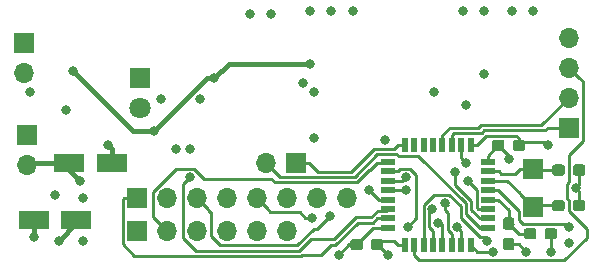
<source format=gbl>
G04 #@! TF.GenerationSoftware,KiCad,Pcbnew,(5.0.0-rc2-178-g3c7b91b96)*
G04 #@! TF.CreationDate,2018-07-31T16:18:19+02:00*
G04 #@! TF.ProjectId,pcb2,706362322E6B696361645F7063620000,1*
G04 #@! TF.SameCoordinates,Original*
G04 #@! TF.FileFunction,Copper,L4,Bot,Signal*
G04 #@! TF.FilePolarity,Positive*
%FSLAX46Y46*%
G04 Gerber Fmt 4.6, Leading zero omitted, Abs format (unit mm)*
G04 Created by KiCad (PCBNEW (5.0.0-rc2-178-g3c7b91b96)) date 07/31/18 16:18:19*
%MOMM*%
%LPD*%
G01*
G04 APERTURE LIST*
G04 #@! TA.AperFunction,SMDPad,CuDef*
%ADD10R,1.200000X0.600000*%
G04 #@! TD*
G04 #@! TA.AperFunction,SMDPad,CuDef*
%ADD11R,0.600000X1.200000*%
G04 #@! TD*
G04 #@! TA.AperFunction,ComponentPad*
%ADD12R,1.700000X1.700000*%
G04 #@! TD*
G04 #@! TA.AperFunction,ComponentPad*
%ADD13O,1.700000X1.700000*%
G04 #@! TD*
G04 #@! TA.AperFunction,SMDPad,CuDef*
%ADD14R,2.600000X1.600000*%
G04 #@! TD*
G04 #@! TA.AperFunction,Conductor*
%ADD15C,0.100000*%
G04 #@! TD*
G04 #@! TA.AperFunction,SMDPad,CuDef*
%ADD16C,0.950000*%
G04 #@! TD*
G04 #@! TA.AperFunction,SMDPad,CuDef*
%ADD17R,1.800000X1.750000*%
G04 #@! TD*
G04 #@! TA.AperFunction,ComponentPad*
%ADD18R,1.800000X1.800000*%
G04 #@! TD*
G04 #@! TA.AperFunction,ComponentPad*
%ADD19C,1.800000*%
G04 #@! TD*
G04 #@! TA.AperFunction,ViaPad*
%ADD20C,0.800000*%
G04 #@! TD*
G04 #@! TA.AperFunction,Conductor*
%ADD21C,0.250000*%
G04 #@! TD*
G04 #@! TA.AperFunction,Conductor*
%ADD22C,0.400000*%
G04 #@! TD*
G04 APERTURE END LIST*
D10*
G04 #@! TO.P,U2,1*
G04 #@! TO.N,+3V3*
X103380000Y-94580000D03*
G04 #@! TO.P,U2,2*
G04 #@! TO.N,Net-(C7-Pad1)*
X103380000Y-95380000D03*
G04 #@! TO.P,U2,3*
G04 #@! TO.N,Net-(C8-Pad1)*
X103380000Y-96180000D03*
G04 #@! TO.P,U2,4*
G04 #@! TO.N,/NRST*
X103380000Y-96980000D03*
G04 #@! TO.P,U2,5*
G04 #@! TO.N,Net-(C5-Pad2)*
X103380000Y-97780000D03*
G04 #@! TO.P,U2,6*
G04 #@! TO.N,/EINK_DC*
X103380000Y-98580000D03*
G04 #@! TO.P,U2,7*
G04 #@! TO.N,/EINK_CS*
X103380000Y-99380000D03*
G04 #@! TO.P,U2,8*
G04 #@! TO.N,/VCPTX*
X103380000Y-100180000D03*
D11*
G04 #@! TO.P,U2,9*
G04 #@! TO.N,/ADC_CS*
X101930000Y-101630000D03*
G04 #@! TO.P,U2,10*
G04 #@! TO.N,/EINK_RST*
X101130000Y-101630000D03*
G04 #@! TO.P,U2,11*
G04 #@! TO.N,/ADC_CLK*
X100330000Y-101630000D03*
G04 #@! TO.P,U2,12*
G04 #@! TO.N,/ADC_DIN*
X99530000Y-101630000D03*
G04 #@! TO.P,U2,13*
G04 #@! TO.N,/EINK_DOUT*
X98730000Y-101630000D03*
G04 #@! TO.P,U2,14*
G04 #@! TO.N,/PB0*
X97930000Y-101630000D03*
G04 #@! TO.P,U2,15*
G04 #@! TO.N,/PB1*
X97130000Y-101630000D03*
G04 #@! TO.P,U2,16*
G04 #@! TO.N,GNDD*
X96330000Y-101630000D03*
D10*
G04 #@! TO.P,U2,17*
G04 #@! TO.N,+3V3*
X94880000Y-100180000D03*
G04 #@! TO.P,U2,18*
G04 #@! TO.N,/EINK_BUSY*
X94880000Y-99380000D03*
G04 #@! TO.P,U2,19*
G04 #@! TO.N,/U7U~D*
X94880000Y-98580000D03*
G04 #@! TO.P,U2,20*
G04 #@! TO.N,/U7~CS*
X94880000Y-97780000D03*
G04 #@! TO.P,U2,21*
G04 #@! TO.N,/U8U~D*
X94880000Y-96980000D03*
G04 #@! TO.P,U2,22*
G04 #@! TO.N,/U8~CS*
X94880000Y-96180000D03*
G04 #@! TO.P,U2,23*
G04 #@! TO.N,/SWDIO*
X94880000Y-95380000D03*
G04 #@! TO.P,U2,24*
G04 #@! TO.N,/SWCLK*
X94880000Y-94580000D03*
D11*
G04 #@! TO.P,U2,25*
G04 #@! TO.N,/VCPRX*
X96330000Y-93130000D03*
G04 #@! TO.P,U2,26*
G04 #@! TO.N,Net-(U2-Pad26)*
X97130000Y-93130000D03*
G04 #@! TO.P,U2,27*
G04 #@! TO.N,Net-(U2-Pad27)*
X97930000Y-93130000D03*
G04 #@! TO.P,U2,28*
G04 #@! TO.N,Net-(U2-Pad28)*
X98730000Y-93130000D03*
G04 #@! TO.P,U2,29*
G04 #@! TO.N,/PB6*
X99530000Y-93130000D03*
G04 #@! TO.P,U2,30*
G04 #@! TO.N,/PB7*
X100330000Y-93130000D03*
G04 #@! TO.P,U2,31*
G04 #@! TO.N,Net-(R1-Pad2)*
X101130000Y-93130000D03*
G04 #@! TO.P,U2,32*
G04 #@! TO.N,GNDD*
X101930000Y-93130000D03*
G04 #@! TD*
D12*
G04 #@! TO.P,J3,1*
G04 #@! TO.N,/EINK_BUSY*
X73630000Y-97680000D03*
D13*
G04 #@! TO.P,J3,2*
G04 #@! TO.N,/EINK_RST*
X76170000Y-97680000D03*
G04 #@! TO.P,J3,3*
G04 #@! TO.N,/EINK_DC*
X78710000Y-97680000D03*
G04 #@! TO.P,J3,4*
G04 #@! TO.N,/EINK_CS*
X81250000Y-97680000D03*
G04 #@! TO.P,J3,5*
G04 #@! TO.N,/ADC_CLK*
X83790000Y-97680000D03*
G04 #@! TO.P,J3,6*
G04 #@! TO.N,/EINK_DOUT*
X86330000Y-97680000D03*
G04 #@! TO.P,J3,7*
G04 #@! TO.N,GNDD*
X88870000Y-97680000D03*
G04 #@! TO.P,J3,8*
G04 #@! TO.N,+3V3*
X91410000Y-97680000D03*
G04 #@! TD*
D12*
G04 #@! TO.P,J5,1*
G04 #@! TO.N,/VCPRX*
X87130000Y-94680000D03*
D13*
G04 #@! TO.P,J5,2*
G04 #@! TO.N,/VCPTX*
X84590000Y-94680000D03*
G04 #@! TD*
D12*
G04 #@! TO.P,J4,1*
G04 #@! TO.N,+3V3*
X73660000Y-100470000D03*
D13*
G04 #@! TO.P,J4,2*
G04 #@! TO.N,/SWCLK*
X76200000Y-100470000D03*
G04 #@! TO.P,J4,3*
G04 #@! TO.N,GNDD*
X78740000Y-100470000D03*
G04 #@! TO.P,J4,4*
G04 #@! TO.N,/SWDIO*
X81280000Y-100470000D03*
G04 #@! TO.P,J4,5*
G04 #@! TO.N,/NRST*
X83820000Y-100470000D03*
G04 #@! TO.P,J4,6*
G04 #@! TO.N,GNDD*
X86360000Y-100470000D03*
G04 #@! TD*
D12*
G04 #@! TO.P,J6,1*
G04 #@! TO.N,/PB7*
X110230000Y-91680000D03*
D13*
G04 #@! TO.P,J6,2*
G04 #@! TO.N,/PB6*
X110230000Y-89140000D03*
G04 #@! TO.P,J6,3*
G04 #@! TO.N,/PB1*
X110230000Y-86600000D03*
G04 #@! TO.P,J6,4*
G04 #@! TO.N,/PB0*
X110230000Y-84060000D03*
G04 #@! TD*
D14*
G04 #@! TO.P,C2,2*
G04 #@! TO.N,GNDD*
X64930000Y-99480000D03*
G04 #@! TO.P,C2,1*
G04 #@! TO.N,+3V3*
X68530000Y-99480000D03*
G04 #@! TD*
G04 #@! TO.P,C1,1*
G04 #@! TO.N,+5V*
X67930000Y-94680000D03*
G04 #@! TO.P,C1,2*
G04 #@! TO.N,GNDD*
X71530000Y-94680000D03*
G04 #@! TD*
D15*
G04 #@! TO.N,GNDD*
G04 #@! TO.C,C8*
G36*
X111415779Y-97806144D02*
X111438834Y-97809563D01*
X111461443Y-97815227D01*
X111483387Y-97823079D01*
X111504457Y-97833044D01*
X111524448Y-97845026D01*
X111543168Y-97858910D01*
X111560438Y-97874562D01*
X111576090Y-97891832D01*
X111589974Y-97910552D01*
X111601956Y-97930543D01*
X111611921Y-97951613D01*
X111619773Y-97973557D01*
X111625437Y-97996166D01*
X111628856Y-98019221D01*
X111630000Y-98042500D01*
X111630000Y-98517500D01*
X111628856Y-98540779D01*
X111625437Y-98563834D01*
X111619773Y-98586443D01*
X111611921Y-98608387D01*
X111601956Y-98629457D01*
X111589974Y-98649448D01*
X111576090Y-98668168D01*
X111560438Y-98685438D01*
X111543168Y-98701090D01*
X111524448Y-98714974D01*
X111504457Y-98726956D01*
X111483387Y-98736921D01*
X111461443Y-98744773D01*
X111438834Y-98750437D01*
X111415779Y-98753856D01*
X111392500Y-98755000D01*
X110817500Y-98755000D01*
X110794221Y-98753856D01*
X110771166Y-98750437D01*
X110748557Y-98744773D01*
X110726613Y-98736921D01*
X110705543Y-98726956D01*
X110685552Y-98714974D01*
X110666832Y-98701090D01*
X110649562Y-98685438D01*
X110633910Y-98668168D01*
X110620026Y-98649448D01*
X110608044Y-98629457D01*
X110598079Y-98608387D01*
X110590227Y-98586443D01*
X110584563Y-98563834D01*
X110581144Y-98540779D01*
X110580000Y-98517500D01*
X110580000Y-98042500D01*
X110581144Y-98019221D01*
X110584563Y-97996166D01*
X110590227Y-97973557D01*
X110598079Y-97951613D01*
X110608044Y-97930543D01*
X110620026Y-97910552D01*
X110633910Y-97891832D01*
X110649562Y-97874562D01*
X110666832Y-97858910D01*
X110685552Y-97845026D01*
X110705543Y-97833044D01*
X110726613Y-97823079D01*
X110748557Y-97815227D01*
X110771166Y-97809563D01*
X110794221Y-97806144D01*
X110817500Y-97805000D01*
X111392500Y-97805000D01*
X111415779Y-97806144D01*
X111415779Y-97806144D01*
G37*
D16*
G04 #@! TD*
G04 #@! TO.P,C8,2*
G04 #@! TO.N,GNDD*
X111105000Y-98280000D03*
D15*
G04 #@! TO.N,Net-(C8-Pad1)*
G04 #@! TO.C,C8*
G36*
X109665779Y-97806144D02*
X109688834Y-97809563D01*
X109711443Y-97815227D01*
X109733387Y-97823079D01*
X109754457Y-97833044D01*
X109774448Y-97845026D01*
X109793168Y-97858910D01*
X109810438Y-97874562D01*
X109826090Y-97891832D01*
X109839974Y-97910552D01*
X109851956Y-97930543D01*
X109861921Y-97951613D01*
X109869773Y-97973557D01*
X109875437Y-97996166D01*
X109878856Y-98019221D01*
X109880000Y-98042500D01*
X109880000Y-98517500D01*
X109878856Y-98540779D01*
X109875437Y-98563834D01*
X109869773Y-98586443D01*
X109861921Y-98608387D01*
X109851956Y-98629457D01*
X109839974Y-98649448D01*
X109826090Y-98668168D01*
X109810438Y-98685438D01*
X109793168Y-98701090D01*
X109774448Y-98714974D01*
X109754457Y-98726956D01*
X109733387Y-98736921D01*
X109711443Y-98744773D01*
X109688834Y-98750437D01*
X109665779Y-98753856D01*
X109642500Y-98755000D01*
X109067500Y-98755000D01*
X109044221Y-98753856D01*
X109021166Y-98750437D01*
X108998557Y-98744773D01*
X108976613Y-98736921D01*
X108955543Y-98726956D01*
X108935552Y-98714974D01*
X108916832Y-98701090D01*
X108899562Y-98685438D01*
X108883910Y-98668168D01*
X108870026Y-98649448D01*
X108858044Y-98629457D01*
X108848079Y-98608387D01*
X108840227Y-98586443D01*
X108834563Y-98563834D01*
X108831144Y-98540779D01*
X108830000Y-98517500D01*
X108830000Y-98042500D01*
X108831144Y-98019221D01*
X108834563Y-97996166D01*
X108840227Y-97973557D01*
X108848079Y-97951613D01*
X108858044Y-97930543D01*
X108870026Y-97910552D01*
X108883910Y-97891832D01*
X108899562Y-97874562D01*
X108916832Y-97858910D01*
X108935552Y-97845026D01*
X108955543Y-97833044D01*
X108976613Y-97823079D01*
X108998557Y-97815227D01*
X109021166Y-97809563D01*
X109044221Y-97806144D01*
X109067500Y-97805000D01*
X109642500Y-97805000D01*
X109665779Y-97806144D01*
X109665779Y-97806144D01*
G37*
D16*
G04 #@! TD*
G04 #@! TO.P,C8,1*
G04 #@! TO.N,Net-(C8-Pad1)*
X109355000Y-98280000D03*
D15*
G04 #@! TO.N,Net-(C7-Pad1)*
G04 #@! TO.C,C7*
G36*
X109665779Y-94806144D02*
X109688834Y-94809563D01*
X109711443Y-94815227D01*
X109733387Y-94823079D01*
X109754457Y-94833044D01*
X109774448Y-94845026D01*
X109793168Y-94858910D01*
X109810438Y-94874562D01*
X109826090Y-94891832D01*
X109839974Y-94910552D01*
X109851956Y-94930543D01*
X109861921Y-94951613D01*
X109869773Y-94973557D01*
X109875437Y-94996166D01*
X109878856Y-95019221D01*
X109880000Y-95042500D01*
X109880000Y-95517500D01*
X109878856Y-95540779D01*
X109875437Y-95563834D01*
X109869773Y-95586443D01*
X109861921Y-95608387D01*
X109851956Y-95629457D01*
X109839974Y-95649448D01*
X109826090Y-95668168D01*
X109810438Y-95685438D01*
X109793168Y-95701090D01*
X109774448Y-95714974D01*
X109754457Y-95726956D01*
X109733387Y-95736921D01*
X109711443Y-95744773D01*
X109688834Y-95750437D01*
X109665779Y-95753856D01*
X109642500Y-95755000D01*
X109067500Y-95755000D01*
X109044221Y-95753856D01*
X109021166Y-95750437D01*
X108998557Y-95744773D01*
X108976613Y-95736921D01*
X108955543Y-95726956D01*
X108935552Y-95714974D01*
X108916832Y-95701090D01*
X108899562Y-95685438D01*
X108883910Y-95668168D01*
X108870026Y-95649448D01*
X108858044Y-95629457D01*
X108848079Y-95608387D01*
X108840227Y-95586443D01*
X108834563Y-95563834D01*
X108831144Y-95540779D01*
X108830000Y-95517500D01*
X108830000Y-95042500D01*
X108831144Y-95019221D01*
X108834563Y-94996166D01*
X108840227Y-94973557D01*
X108848079Y-94951613D01*
X108858044Y-94930543D01*
X108870026Y-94910552D01*
X108883910Y-94891832D01*
X108899562Y-94874562D01*
X108916832Y-94858910D01*
X108935552Y-94845026D01*
X108955543Y-94833044D01*
X108976613Y-94823079D01*
X108998557Y-94815227D01*
X109021166Y-94809563D01*
X109044221Y-94806144D01*
X109067500Y-94805000D01*
X109642500Y-94805000D01*
X109665779Y-94806144D01*
X109665779Y-94806144D01*
G37*
D16*
G04 #@! TD*
G04 #@! TO.P,C7,1*
G04 #@! TO.N,Net-(C7-Pad1)*
X109355000Y-95280000D03*
D15*
G04 #@! TO.N,GNDD*
G04 #@! TO.C,C7*
G36*
X111415779Y-94806144D02*
X111438834Y-94809563D01*
X111461443Y-94815227D01*
X111483387Y-94823079D01*
X111504457Y-94833044D01*
X111524448Y-94845026D01*
X111543168Y-94858910D01*
X111560438Y-94874562D01*
X111576090Y-94891832D01*
X111589974Y-94910552D01*
X111601956Y-94930543D01*
X111611921Y-94951613D01*
X111619773Y-94973557D01*
X111625437Y-94996166D01*
X111628856Y-95019221D01*
X111630000Y-95042500D01*
X111630000Y-95517500D01*
X111628856Y-95540779D01*
X111625437Y-95563834D01*
X111619773Y-95586443D01*
X111611921Y-95608387D01*
X111601956Y-95629457D01*
X111589974Y-95649448D01*
X111576090Y-95668168D01*
X111560438Y-95685438D01*
X111543168Y-95701090D01*
X111524448Y-95714974D01*
X111504457Y-95726956D01*
X111483387Y-95736921D01*
X111461443Y-95744773D01*
X111438834Y-95750437D01*
X111415779Y-95753856D01*
X111392500Y-95755000D01*
X110817500Y-95755000D01*
X110794221Y-95753856D01*
X110771166Y-95750437D01*
X110748557Y-95744773D01*
X110726613Y-95736921D01*
X110705543Y-95726956D01*
X110685552Y-95714974D01*
X110666832Y-95701090D01*
X110649562Y-95685438D01*
X110633910Y-95668168D01*
X110620026Y-95649448D01*
X110608044Y-95629457D01*
X110598079Y-95608387D01*
X110590227Y-95586443D01*
X110584563Y-95563834D01*
X110581144Y-95540779D01*
X110580000Y-95517500D01*
X110580000Y-95042500D01*
X110581144Y-95019221D01*
X110584563Y-94996166D01*
X110590227Y-94973557D01*
X110598079Y-94951613D01*
X110608044Y-94930543D01*
X110620026Y-94910552D01*
X110633910Y-94891832D01*
X110649562Y-94874562D01*
X110666832Y-94858910D01*
X110685552Y-94845026D01*
X110705543Y-94833044D01*
X110726613Y-94823079D01*
X110748557Y-94815227D01*
X110771166Y-94809563D01*
X110794221Y-94806144D01*
X110817500Y-94805000D01*
X111392500Y-94805000D01*
X111415779Y-94806144D01*
X111415779Y-94806144D01*
G37*
D16*
G04 #@! TD*
G04 #@! TO.P,C7,2*
G04 #@! TO.N,GNDD*
X111105000Y-95280000D03*
D15*
G04 #@! TO.N,GNDD*
G04 #@! TO.C,C5*
G36*
X105390779Y-101031144D02*
X105413834Y-101034563D01*
X105436443Y-101040227D01*
X105458387Y-101048079D01*
X105479457Y-101058044D01*
X105499448Y-101070026D01*
X105518168Y-101083910D01*
X105535438Y-101099562D01*
X105551090Y-101116832D01*
X105564974Y-101135552D01*
X105576956Y-101155543D01*
X105586921Y-101176613D01*
X105594773Y-101198557D01*
X105600437Y-101221166D01*
X105603856Y-101244221D01*
X105605000Y-101267500D01*
X105605000Y-101842500D01*
X105603856Y-101865779D01*
X105600437Y-101888834D01*
X105594773Y-101911443D01*
X105586921Y-101933387D01*
X105576956Y-101954457D01*
X105564974Y-101974448D01*
X105551090Y-101993168D01*
X105535438Y-102010438D01*
X105518168Y-102026090D01*
X105499448Y-102039974D01*
X105479457Y-102051956D01*
X105458387Y-102061921D01*
X105436443Y-102069773D01*
X105413834Y-102075437D01*
X105390779Y-102078856D01*
X105367500Y-102080000D01*
X104892500Y-102080000D01*
X104869221Y-102078856D01*
X104846166Y-102075437D01*
X104823557Y-102069773D01*
X104801613Y-102061921D01*
X104780543Y-102051956D01*
X104760552Y-102039974D01*
X104741832Y-102026090D01*
X104724562Y-102010438D01*
X104708910Y-101993168D01*
X104695026Y-101974448D01*
X104683044Y-101954457D01*
X104673079Y-101933387D01*
X104665227Y-101911443D01*
X104659563Y-101888834D01*
X104656144Y-101865779D01*
X104655000Y-101842500D01*
X104655000Y-101267500D01*
X104656144Y-101244221D01*
X104659563Y-101221166D01*
X104665227Y-101198557D01*
X104673079Y-101176613D01*
X104683044Y-101155543D01*
X104695026Y-101135552D01*
X104708910Y-101116832D01*
X104724562Y-101099562D01*
X104741832Y-101083910D01*
X104760552Y-101070026D01*
X104780543Y-101058044D01*
X104801613Y-101048079D01*
X104823557Y-101040227D01*
X104846166Y-101034563D01*
X104869221Y-101031144D01*
X104892500Y-101030000D01*
X105367500Y-101030000D01*
X105390779Y-101031144D01*
X105390779Y-101031144D01*
G37*
D16*
G04 #@! TD*
G04 #@! TO.P,C5,1*
G04 #@! TO.N,GNDD*
X105130000Y-101555000D03*
D15*
G04 #@! TO.N,Net-(C5-Pad2)*
G04 #@! TO.C,C5*
G36*
X105390779Y-99281144D02*
X105413834Y-99284563D01*
X105436443Y-99290227D01*
X105458387Y-99298079D01*
X105479457Y-99308044D01*
X105499448Y-99320026D01*
X105518168Y-99333910D01*
X105535438Y-99349562D01*
X105551090Y-99366832D01*
X105564974Y-99385552D01*
X105576956Y-99405543D01*
X105586921Y-99426613D01*
X105594773Y-99448557D01*
X105600437Y-99471166D01*
X105603856Y-99494221D01*
X105605000Y-99517500D01*
X105605000Y-100092500D01*
X105603856Y-100115779D01*
X105600437Y-100138834D01*
X105594773Y-100161443D01*
X105586921Y-100183387D01*
X105576956Y-100204457D01*
X105564974Y-100224448D01*
X105551090Y-100243168D01*
X105535438Y-100260438D01*
X105518168Y-100276090D01*
X105499448Y-100289974D01*
X105479457Y-100301956D01*
X105458387Y-100311921D01*
X105436443Y-100319773D01*
X105413834Y-100325437D01*
X105390779Y-100328856D01*
X105367500Y-100330000D01*
X104892500Y-100330000D01*
X104869221Y-100328856D01*
X104846166Y-100325437D01*
X104823557Y-100319773D01*
X104801613Y-100311921D01*
X104780543Y-100301956D01*
X104760552Y-100289974D01*
X104741832Y-100276090D01*
X104724562Y-100260438D01*
X104708910Y-100243168D01*
X104695026Y-100224448D01*
X104683044Y-100204457D01*
X104673079Y-100183387D01*
X104665227Y-100161443D01*
X104659563Y-100138834D01*
X104656144Y-100115779D01*
X104655000Y-100092500D01*
X104655000Y-99517500D01*
X104656144Y-99494221D01*
X104659563Y-99471166D01*
X104665227Y-99448557D01*
X104673079Y-99426613D01*
X104683044Y-99405543D01*
X104695026Y-99385552D01*
X104708910Y-99366832D01*
X104724562Y-99349562D01*
X104741832Y-99333910D01*
X104760552Y-99320026D01*
X104780543Y-99308044D01*
X104801613Y-99298079D01*
X104823557Y-99290227D01*
X104846166Y-99284563D01*
X104869221Y-99281144D01*
X104892500Y-99280000D01*
X105367500Y-99280000D01*
X105390779Y-99281144D01*
X105390779Y-99281144D01*
G37*
D16*
G04 #@! TD*
G04 #@! TO.P,C5,2*
G04 #@! TO.N,Net-(C5-Pad2)*
X105130000Y-99805000D03*
D15*
G04 #@! TO.N,+3V3*
G04 #@! TO.C,C4*
G36*
X92565779Y-101106144D02*
X92588834Y-101109563D01*
X92611443Y-101115227D01*
X92633387Y-101123079D01*
X92654457Y-101133044D01*
X92674448Y-101145026D01*
X92693168Y-101158910D01*
X92710438Y-101174562D01*
X92726090Y-101191832D01*
X92739974Y-101210552D01*
X92751956Y-101230543D01*
X92761921Y-101251613D01*
X92769773Y-101273557D01*
X92775437Y-101296166D01*
X92778856Y-101319221D01*
X92780000Y-101342500D01*
X92780000Y-101817500D01*
X92778856Y-101840779D01*
X92775437Y-101863834D01*
X92769773Y-101886443D01*
X92761921Y-101908387D01*
X92751956Y-101929457D01*
X92739974Y-101949448D01*
X92726090Y-101968168D01*
X92710438Y-101985438D01*
X92693168Y-102001090D01*
X92674448Y-102014974D01*
X92654457Y-102026956D01*
X92633387Y-102036921D01*
X92611443Y-102044773D01*
X92588834Y-102050437D01*
X92565779Y-102053856D01*
X92542500Y-102055000D01*
X91967500Y-102055000D01*
X91944221Y-102053856D01*
X91921166Y-102050437D01*
X91898557Y-102044773D01*
X91876613Y-102036921D01*
X91855543Y-102026956D01*
X91835552Y-102014974D01*
X91816832Y-102001090D01*
X91799562Y-101985438D01*
X91783910Y-101968168D01*
X91770026Y-101949448D01*
X91758044Y-101929457D01*
X91748079Y-101908387D01*
X91740227Y-101886443D01*
X91734563Y-101863834D01*
X91731144Y-101840779D01*
X91730000Y-101817500D01*
X91730000Y-101342500D01*
X91731144Y-101319221D01*
X91734563Y-101296166D01*
X91740227Y-101273557D01*
X91748079Y-101251613D01*
X91758044Y-101230543D01*
X91770026Y-101210552D01*
X91783910Y-101191832D01*
X91799562Y-101174562D01*
X91816832Y-101158910D01*
X91835552Y-101145026D01*
X91855543Y-101133044D01*
X91876613Y-101123079D01*
X91898557Y-101115227D01*
X91921166Y-101109563D01*
X91944221Y-101106144D01*
X91967500Y-101105000D01*
X92542500Y-101105000D01*
X92565779Y-101106144D01*
X92565779Y-101106144D01*
G37*
D16*
G04 #@! TD*
G04 #@! TO.P,C4,2*
G04 #@! TO.N,+3V3*
X92255000Y-101580000D03*
D15*
G04 #@! TO.N,GNDD*
G04 #@! TO.C,C4*
G36*
X94315779Y-101106144D02*
X94338834Y-101109563D01*
X94361443Y-101115227D01*
X94383387Y-101123079D01*
X94404457Y-101133044D01*
X94424448Y-101145026D01*
X94443168Y-101158910D01*
X94460438Y-101174562D01*
X94476090Y-101191832D01*
X94489974Y-101210552D01*
X94501956Y-101230543D01*
X94511921Y-101251613D01*
X94519773Y-101273557D01*
X94525437Y-101296166D01*
X94528856Y-101319221D01*
X94530000Y-101342500D01*
X94530000Y-101817500D01*
X94528856Y-101840779D01*
X94525437Y-101863834D01*
X94519773Y-101886443D01*
X94511921Y-101908387D01*
X94501956Y-101929457D01*
X94489974Y-101949448D01*
X94476090Y-101968168D01*
X94460438Y-101985438D01*
X94443168Y-102001090D01*
X94424448Y-102014974D01*
X94404457Y-102026956D01*
X94383387Y-102036921D01*
X94361443Y-102044773D01*
X94338834Y-102050437D01*
X94315779Y-102053856D01*
X94292500Y-102055000D01*
X93717500Y-102055000D01*
X93694221Y-102053856D01*
X93671166Y-102050437D01*
X93648557Y-102044773D01*
X93626613Y-102036921D01*
X93605543Y-102026956D01*
X93585552Y-102014974D01*
X93566832Y-102001090D01*
X93549562Y-101985438D01*
X93533910Y-101968168D01*
X93520026Y-101949448D01*
X93508044Y-101929457D01*
X93498079Y-101908387D01*
X93490227Y-101886443D01*
X93484563Y-101863834D01*
X93481144Y-101840779D01*
X93480000Y-101817500D01*
X93480000Y-101342500D01*
X93481144Y-101319221D01*
X93484563Y-101296166D01*
X93490227Y-101273557D01*
X93498079Y-101251613D01*
X93508044Y-101230543D01*
X93520026Y-101210552D01*
X93533910Y-101191832D01*
X93549562Y-101174562D01*
X93566832Y-101158910D01*
X93585552Y-101145026D01*
X93605543Y-101133044D01*
X93626613Y-101123079D01*
X93648557Y-101115227D01*
X93671166Y-101109563D01*
X93694221Y-101106144D01*
X93717500Y-101105000D01*
X94292500Y-101105000D01*
X94315779Y-101106144D01*
X94315779Y-101106144D01*
G37*
D16*
G04 #@! TD*
G04 #@! TO.P,C4,1*
G04 #@! TO.N,GNDD*
X94005000Y-101580000D03*
D15*
G04 #@! TO.N,GNDD*
G04 #@! TO.C,C3*
G36*
X106315779Y-92706144D02*
X106338834Y-92709563D01*
X106361443Y-92715227D01*
X106383387Y-92723079D01*
X106404457Y-92733044D01*
X106424448Y-92745026D01*
X106443168Y-92758910D01*
X106460438Y-92774562D01*
X106476090Y-92791832D01*
X106489974Y-92810552D01*
X106501956Y-92830543D01*
X106511921Y-92851613D01*
X106519773Y-92873557D01*
X106525437Y-92896166D01*
X106528856Y-92919221D01*
X106530000Y-92942500D01*
X106530000Y-93417500D01*
X106528856Y-93440779D01*
X106525437Y-93463834D01*
X106519773Y-93486443D01*
X106511921Y-93508387D01*
X106501956Y-93529457D01*
X106489974Y-93549448D01*
X106476090Y-93568168D01*
X106460438Y-93585438D01*
X106443168Y-93601090D01*
X106424448Y-93614974D01*
X106404457Y-93626956D01*
X106383387Y-93636921D01*
X106361443Y-93644773D01*
X106338834Y-93650437D01*
X106315779Y-93653856D01*
X106292500Y-93655000D01*
X105717500Y-93655000D01*
X105694221Y-93653856D01*
X105671166Y-93650437D01*
X105648557Y-93644773D01*
X105626613Y-93636921D01*
X105605543Y-93626956D01*
X105585552Y-93614974D01*
X105566832Y-93601090D01*
X105549562Y-93585438D01*
X105533910Y-93568168D01*
X105520026Y-93549448D01*
X105508044Y-93529457D01*
X105498079Y-93508387D01*
X105490227Y-93486443D01*
X105484563Y-93463834D01*
X105481144Y-93440779D01*
X105480000Y-93417500D01*
X105480000Y-92942500D01*
X105481144Y-92919221D01*
X105484563Y-92896166D01*
X105490227Y-92873557D01*
X105498079Y-92851613D01*
X105508044Y-92830543D01*
X105520026Y-92810552D01*
X105533910Y-92791832D01*
X105549562Y-92774562D01*
X105566832Y-92758910D01*
X105585552Y-92745026D01*
X105605543Y-92733044D01*
X105626613Y-92723079D01*
X105648557Y-92715227D01*
X105671166Y-92709563D01*
X105694221Y-92706144D01*
X105717500Y-92705000D01*
X106292500Y-92705000D01*
X106315779Y-92706144D01*
X106315779Y-92706144D01*
G37*
D16*
G04 #@! TD*
G04 #@! TO.P,C3,1*
G04 #@! TO.N,GNDD*
X106005000Y-93180000D03*
D15*
G04 #@! TO.N,+3V3*
G04 #@! TO.C,C3*
G36*
X104565779Y-92706144D02*
X104588834Y-92709563D01*
X104611443Y-92715227D01*
X104633387Y-92723079D01*
X104654457Y-92733044D01*
X104674448Y-92745026D01*
X104693168Y-92758910D01*
X104710438Y-92774562D01*
X104726090Y-92791832D01*
X104739974Y-92810552D01*
X104751956Y-92830543D01*
X104761921Y-92851613D01*
X104769773Y-92873557D01*
X104775437Y-92896166D01*
X104778856Y-92919221D01*
X104780000Y-92942500D01*
X104780000Y-93417500D01*
X104778856Y-93440779D01*
X104775437Y-93463834D01*
X104769773Y-93486443D01*
X104761921Y-93508387D01*
X104751956Y-93529457D01*
X104739974Y-93549448D01*
X104726090Y-93568168D01*
X104710438Y-93585438D01*
X104693168Y-93601090D01*
X104674448Y-93614974D01*
X104654457Y-93626956D01*
X104633387Y-93636921D01*
X104611443Y-93644773D01*
X104588834Y-93650437D01*
X104565779Y-93653856D01*
X104542500Y-93655000D01*
X103967500Y-93655000D01*
X103944221Y-93653856D01*
X103921166Y-93650437D01*
X103898557Y-93644773D01*
X103876613Y-93636921D01*
X103855543Y-93626956D01*
X103835552Y-93614974D01*
X103816832Y-93601090D01*
X103799562Y-93585438D01*
X103783910Y-93568168D01*
X103770026Y-93549448D01*
X103758044Y-93529457D01*
X103748079Y-93508387D01*
X103740227Y-93486443D01*
X103734563Y-93463834D01*
X103731144Y-93440779D01*
X103730000Y-93417500D01*
X103730000Y-92942500D01*
X103731144Y-92919221D01*
X103734563Y-92896166D01*
X103740227Y-92873557D01*
X103748079Y-92851613D01*
X103758044Y-92830543D01*
X103770026Y-92810552D01*
X103783910Y-92791832D01*
X103799562Y-92774562D01*
X103816832Y-92758910D01*
X103835552Y-92745026D01*
X103855543Y-92733044D01*
X103876613Y-92723079D01*
X103898557Y-92715227D01*
X103921166Y-92709563D01*
X103944221Y-92706144D01*
X103967500Y-92705000D01*
X104542500Y-92705000D01*
X104565779Y-92706144D01*
X104565779Y-92706144D01*
G37*
D16*
G04 #@! TD*
G04 #@! TO.P,C3,2*
G04 #@! TO.N,+3V3*
X104255000Y-93180000D03*
D13*
G04 #@! TO.P,J1,2*
G04 #@! TO.N,+4V*
X64135000Y-87020000D03*
D12*
G04 #@! TO.P,J1,1*
G04 #@! TO.N,GNDA*
X64135000Y-84480000D03*
G04 #@! TD*
G04 #@! TO.P,J2,1*
G04 #@! TO.N,GNDD*
X64330000Y-92280000D03*
D13*
G04 #@! TO.P,J2,2*
G04 #@! TO.N,+5V*
X64330000Y-94820000D03*
G04 #@! TD*
D17*
G04 #@! TO.P,Y1,1*
G04 #@! TO.N,Net-(C7-Pad1)*
X107230000Y-95155000D03*
G04 #@! TO.P,Y1,2*
G04 #@! TO.N,Net-(C8-Pad1)*
X107230000Y-98405000D03*
G04 #@! TD*
D15*
G04 #@! TO.N,Net-(C5-Pad2)*
G04 #@! TO.C,L1*
G36*
X107265779Y-100206144D02*
X107288834Y-100209563D01*
X107311443Y-100215227D01*
X107333387Y-100223079D01*
X107354457Y-100233044D01*
X107374448Y-100245026D01*
X107393168Y-100258910D01*
X107410438Y-100274562D01*
X107426090Y-100291832D01*
X107439974Y-100310552D01*
X107451956Y-100330543D01*
X107461921Y-100351613D01*
X107469773Y-100373557D01*
X107475437Y-100396166D01*
X107478856Y-100419221D01*
X107480000Y-100442500D01*
X107480000Y-100917500D01*
X107478856Y-100940779D01*
X107475437Y-100963834D01*
X107469773Y-100986443D01*
X107461921Y-101008387D01*
X107451956Y-101029457D01*
X107439974Y-101049448D01*
X107426090Y-101068168D01*
X107410438Y-101085438D01*
X107393168Y-101101090D01*
X107374448Y-101114974D01*
X107354457Y-101126956D01*
X107333387Y-101136921D01*
X107311443Y-101144773D01*
X107288834Y-101150437D01*
X107265779Y-101153856D01*
X107242500Y-101155000D01*
X106667500Y-101155000D01*
X106644221Y-101153856D01*
X106621166Y-101150437D01*
X106598557Y-101144773D01*
X106576613Y-101136921D01*
X106555543Y-101126956D01*
X106535552Y-101114974D01*
X106516832Y-101101090D01*
X106499562Y-101085438D01*
X106483910Y-101068168D01*
X106470026Y-101049448D01*
X106458044Y-101029457D01*
X106448079Y-101008387D01*
X106440227Y-100986443D01*
X106434563Y-100963834D01*
X106431144Y-100940779D01*
X106430000Y-100917500D01*
X106430000Y-100442500D01*
X106431144Y-100419221D01*
X106434563Y-100396166D01*
X106440227Y-100373557D01*
X106448079Y-100351613D01*
X106458044Y-100330543D01*
X106470026Y-100310552D01*
X106483910Y-100291832D01*
X106499562Y-100274562D01*
X106516832Y-100258910D01*
X106535552Y-100245026D01*
X106555543Y-100233044D01*
X106576613Y-100223079D01*
X106598557Y-100215227D01*
X106621166Y-100209563D01*
X106644221Y-100206144D01*
X106667500Y-100205000D01*
X107242500Y-100205000D01*
X107265779Y-100206144D01*
X107265779Y-100206144D01*
G37*
D16*
G04 #@! TD*
G04 #@! TO.P,L1,1*
G04 #@! TO.N,Net-(C5-Pad2)*
X106955000Y-100680000D03*
D15*
G04 #@! TO.N,+3V3*
G04 #@! TO.C,L1*
G36*
X109015779Y-100206144D02*
X109038834Y-100209563D01*
X109061443Y-100215227D01*
X109083387Y-100223079D01*
X109104457Y-100233044D01*
X109124448Y-100245026D01*
X109143168Y-100258910D01*
X109160438Y-100274562D01*
X109176090Y-100291832D01*
X109189974Y-100310552D01*
X109201956Y-100330543D01*
X109211921Y-100351613D01*
X109219773Y-100373557D01*
X109225437Y-100396166D01*
X109228856Y-100419221D01*
X109230000Y-100442500D01*
X109230000Y-100917500D01*
X109228856Y-100940779D01*
X109225437Y-100963834D01*
X109219773Y-100986443D01*
X109211921Y-101008387D01*
X109201956Y-101029457D01*
X109189974Y-101049448D01*
X109176090Y-101068168D01*
X109160438Y-101085438D01*
X109143168Y-101101090D01*
X109124448Y-101114974D01*
X109104457Y-101126956D01*
X109083387Y-101136921D01*
X109061443Y-101144773D01*
X109038834Y-101150437D01*
X109015779Y-101153856D01*
X108992500Y-101155000D01*
X108417500Y-101155000D01*
X108394221Y-101153856D01*
X108371166Y-101150437D01*
X108348557Y-101144773D01*
X108326613Y-101136921D01*
X108305543Y-101126956D01*
X108285552Y-101114974D01*
X108266832Y-101101090D01*
X108249562Y-101085438D01*
X108233910Y-101068168D01*
X108220026Y-101049448D01*
X108208044Y-101029457D01*
X108198079Y-101008387D01*
X108190227Y-100986443D01*
X108184563Y-100963834D01*
X108181144Y-100940779D01*
X108180000Y-100917500D01*
X108180000Y-100442500D01*
X108181144Y-100419221D01*
X108184563Y-100396166D01*
X108190227Y-100373557D01*
X108198079Y-100351613D01*
X108208044Y-100330543D01*
X108220026Y-100310552D01*
X108233910Y-100291832D01*
X108249562Y-100274562D01*
X108266832Y-100258910D01*
X108285552Y-100245026D01*
X108305543Y-100233044D01*
X108326613Y-100223079D01*
X108348557Y-100215227D01*
X108371166Y-100209563D01*
X108394221Y-100206144D01*
X108417500Y-100205000D01*
X108992500Y-100205000D01*
X109015779Y-100206144D01*
X109015779Y-100206144D01*
G37*
D16*
G04 #@! TD*
G04 #@! TO.P,L1,2*
G04 #@! TO.N,+3V3*
X108705000Y-100680000D03*
D18*
G04 #@! TO.P,Q1,1*
G04 #@! TO.N,Net-(Q1-Pad1)*
X73930000Y-87480000D03*
D19*
G04 #@! TO.P,Q1,2*
G04 #@! TO.N,GNDA*
X73930000Y-90020000D03*
G04 #@! TD*
D20*
G04 #@! TO.N,Net-(R1-Pad2)*
X101530000Y-94680000D03*
G04 #@! TO.N,GNDD*
X71230000Y-93180000D03*
X64930000Y-100980000D03*
X69130000Y-101280000D03*
X94930000Y-102480000D03*
X106630000Y-102180000D03*
X108430000Y-93180000D03*
X110830000Y-96780000D03*
X94630000Y-92730000D03*
X110230000Y-101430000D03*
G04 #@! TO.N,+2V5*
X88330000Y-86280000D03*
X80230000Y-87480000D03*
X75130000Y-91980000D03*
X68230000Y-86880000D03*
G04 #@! TO.N,+4V*
X79030000Y-89280000D03*
X83230000Y-82080000D03*
X91930000Y-81780000D03*
X107230000Y-81780000D03*
X101230000Y-81780000D03*
X88630000Y-88680000D03*
G04 #@! TO.N,GNDA*
X64630000Y-88680000D03*
X67630000Y-90180000D03*
X78130000Y-93480000D03*
X76930000Y-93480000D03*
X85030000Y-82080000D03*
X88330000Y-81780000D03*
X90130000Y-81780000D03*
X103030000Y-81780000D03*
X105430000Y-81780000D03*
X75730000Y-89280000D03*
X88630000Y-92580000D03*
X103030000Y-87180000D03*
X101530000Y-89730000D03*
X98830000Y-88680000D03*
X87730000Y-87930000D03*
G04 #@! TO.N,+3V3*
X69130000Y-97680000D03*
X67030000Y-101280000D03*
X66730000Y-97380000D03*
X90730000Y-102480000D03*
X105130000Y-94380000D03*
X108730000Y-102180000D03*
G04 #@! TO.N,+5V*
X68830000Y-96180000D03*
G04 #@! TO.N,/NRST*
X110230000Y-100080000D03*
G04 #@! TO.N,/PB0*
X103332786Y-101285571D03*
G04 #@! TO.N,/SWDIO*
X96580000Y-100080000D03*
G04 #@! TO.N,/EINK_CS*
X100630000Y-95430000D03*
G04 #@! TO.N,/ADC_DIN*
X99130000Y-99780000D03*
G04 #@! TO.N,/ADC_CLK*
X99730000Y-98077752D03*
X88480000Y-99330000D03*
G04 #@! TO.N,/ADC_CS*
X103780000Y-102180000D03*
G04 #@! TO.N,/U8U~D*
X96430000Y-96930000D03*
G04 #@! TO.N,/U7U~D*
X78130000Y-95880000D03*
G04 #@! TO.N,/U7~CS*
X93280000Y-96930000D03*
G04 #@! TO.N,/U8~CS*
X96430000Y-95880000D03*
G04 #@! TO.N,/EINK_DC*
X101680000Y-96180000D03*
X89980000Y-99180000D03*
G04 #@! TO.N,/EINK_RST*
X100780000Y-100080000D03*
G04 #@! TO.N,/EINK_DOUT*
X98680000Y-98580000D03*
G04 #@! TD*
D21*
G04 #@! TO.N,Net-(R1-Pad2)*
X101130000Y-94280000D02*
X101530000Y-94680000D01*
X101130000Y-93130000D02*
X101130000Y-94280000D01*
D22*
G04 #@! TO.N,GNDD*
X71530000Y-93480000D02*
X71230000Y-93180000D01*
X71530000Y-94680000D02*
X71530000Y-93480000D01*
D21*
X96330000Y-101630000D02*
X95780000Y-101630000D01*
X94930000Y-102480000D02*
X94905000Y-102480000D01*
X105105000Y-101580000D02*
X105130000Y-101555000D01*
X108130000Y-92880000D02*
X108430000Y-93180000D01*
X106005000Y-92880000D02*
X108130000Y-92880000D01*
X111105000Y-98280000D02*
X111105000Y-97055000D01*
X111105000Y-97055000D02*
X110830000Y-96780000D01*
X111105000Y-96505000D02*
X110830000Y-96780000D01*
X111105000Y-95280000D02*
X111105000Y-96505000D01*
X106005000Y-101555000D02*
X106630000Y-102180000D01*
X105130000Y-101555000D02*
X106005000Y-101555000D01*
X102480000Y-93130000D02*
X101930000Y-93130000D01*
X103230010Y-92379990D02*
X102480000Y-93130000D01*
X105779990Y-92379990D02*
X103230010Y-92379990D01*
X106005000Y-92605000D02*
X105779990Y-92379990D01*
X106005000Y-93180000D02*
X106005000Y-92605000D01*
X95780000Y-101630000D02*
X95430000Y-101280000D01*
X95430000Y-101280000D02*
X94305000Y-101280000D01*
X94055000Y-101630000D02*
X94005000Y-101580000D01*
X94305000Y-101280000D02*
X94005000Y-101580000D01*
X94905000Y-102480000D02*
X94005000Y-101580000D01*
D22*
X64930000Y-99480000D02*
X64930000Y-100980000D01*
G04 #@! TO.N,+2V5*
X73330000Y-91980000D02*
X75130000Y-91980000D01*
X68230000Y-86880000D02*
X73330000Y-91980000D01*
X79630000Y-87480000D02*
X75130000Y-91980000D01*
X80230000Y-87480000D02*
X79630000Y-87480000D01*
X81430000Y-86280000D02*
X80230000Y-87480000D01*
X88330000Y-86280000D02*
X81430000Y-86280000D01*
G04 #@! TO.N,+3V3*
X68530000Y-99780000D02*
X67030000Y-101280000D01*
X68530000Y-99480000D02*
X68530000Y-99780000D01*
D21*
X103380000Y-94055000D02*
X104255000Y-93180000D01*
X103380000Y-94580000D02*
X103380000Y-94055000D01*
X105130000Y-94055000D02*
X104255000Y-93180000D01*
X105130000Y-94380000D02*
X105130000Y-94055000D01*
X108705000Y-102155000D02*
X108730000Y-102180000D01*
X108705000Y-100680000D02*
X108705000Y-102155000D01*
X92255000Y-101580000D02*
X91630000Y-101580000D01*
X94880000Y-100180000D02*
X93655000Y-100180000D01*
X91630000Y-101580000D02*
X90730000Y-102480000D01*
X92255000Y-101580000D02*
X93655000Y-100180000D01*
D22*
G04 #@! TO.N,+5V*
X64470000Y-94680000D02*
X64330000Y-94820000D01*
X67930000Y-94680000D02*
X64470000Y-94680000D01*
X67930000Y-94680000D02*
X67930000Y-95280000D01*
X67930000Y-95280000D02*
X68830000Y-96180000D01*
D21*
G04 #@! TO.N,Net-(C7-Pad1)*
X107355000Y-95280000D02*
X107230000Y-95155000D01*
X109355000Y-95280000D02*
X107355000Y-95280000D01*
X106080000Y-95155000D02*
X107230000Y-95155000D01*
X105655000Y-95580000D02*
X106080000Y-95155000D01*
X104530000Y-95580000D02*
X105655000Y-95580000D01*
X103380000Y-95380000D02*
X104330000Y-95380000D01*
X104330000Y-95380000D02*
X104530000Y-95580000D01*
G04 #@! TO.N,Net-(C8-Pad1)*
X107205000Y-98405000D02*
X107230000Y-98405000D01*
X106080000Y-97280000D02*
X107205000Y-98405000D01*
X106080000Y-97255000D02*
X106080000Y-97280000D01*
X105005000Y-96180000D02*
X106080000Y-97255000D01*
X103380000Y-96180000D02*
X105005000Y-96180000D01*
X107355000Y-98280000D02*
X107230000Y-98405000D01*
X109355000Y-98280000D02*
X107355000Y-98280000D01*
G04 #@! TO.N,/NRST*
X104230000Y-96980000D02*
X106004999Y-98754999D01*
X103380000Y-96980000D02*
X104230000Y-96980000D01*
X106004999Y-99540001D02*
X106344988Y-99879990D01*
X106004999Y-98754999D02*
X106004999Y-99540001D01*
X106344988Y-99879990D02*
X110029990Y-99879990D01*
X110029990Y-99879990D02*
X110230000Y-100080000D01*
G04 #@! TO.N,Net-(C5-Pad2)*
X105130000Y-99180000D02*
X105130000Y-99805000D01*
X105130000Y-98680000D02*
X105130000Y-99180000D01*
X104230000Y-97780000D02*
X105130000Y-98680000D01*
X103380000Y-97780000D02*
X104230000Y-97780000D01*
X105130000Y-99805000D02*
X105480000Y-99805000D01*
X106005000Y-100680000D02*
X105130000Y-99805000D01*
X106955000Y-100680000D02*
X106005000Y-100680000D01*
G04 #@! TO.N,/VCPTX*
X85439999Y-95529999D02*
X84590000Y-94680000D01*
X92104999Y-95855001D02*
X85765001Y-95855001D01*
X95704999Y-93954999D02*
X94005001Y-93954999D01*
X85765001Y-95855001D02*
X85439999Y-95529999D01*
X102694998Y-100180000D02*
X101530000Y-99015002D01*
X101530000Y-99015002D02*
X101530000Y-98106998D01*
X101530000Y-98106998D02*
X97478003Y-94055001D01*
X103380000Y-100180000D02*
X102694998Y-100180000D01*
X97478003Y-94055001D02*
X95805001Y-94055001D01*
X94005001Y-93954999D02*
X92104999Y-95855001D01*
X95805001Y-94055001D02*
X95704999Y-93954999D01*
G04 #@! TO.N,/PB0*
X101080000Y-98354750D02*
X101080000Y-99330000D01*
X100078001Y-97352751D02*
X101080000Y-98354750D01*
X98834247Y-97352751D02*
X100078001Y-97352751D01*
X97930000Y-101630000D02*
X97930000Y-98256998D01*
X97930000Y-98256998D02*
X98834247Y-97352751D01*
X101080000Y-99330000D02*
X102730000Y-100980000D01*
X102730000Y-100980000D02*
X103027215Y-100980000D01*
X103027215Y-100980000D02*
X103332786Y-101285571D01*
G04 #@! TO.N,/PB1*
X111405001Y-92790001D02*
X111405001Y-87775001D01*
X110230000Y-93965002D02*
X111405001Y-92790001D01*
X110230000Y-96306998D02*
X110230000Y-93965002D01*
X111079999Y-87449999D02*
X110230000Y-86600000D01*
X110104999Y-97709489D02*
X110104999Y-96431999D01*
X111405001Y-87775001D02*
X111079999Y-87449999D01*
X110104999Y-96431999D02*
X110230000Y-96306998D01*
X110205010Y-97809500D02*
X110104999Y-97709489D01*
X97130000Y-101630000D02*
X97130000Y-102480000D01*
X109828001Y-102905001D02*
X111730000Y-101003002D01*
X97130000Y-102480000D02*
X97555001Y-102905001D01*
X111730000Y-101003002D02*
X111730000Y-100275490D01*
X110205010Y-98750500D02*
X110205010Y-97809500D01*
X97555001Y-102905001D02*
X109828001Y-102905001D01*
X111730000Y-100275490D02*
X110205010Y-98750500D01*
G04 #@! TO.N,/SWDIO*
X96778001Y-95154999D02*
X97330000Y-95706998D01*
X95955001Y-95154999D02*
X96778001Y-95154999D01*
X94880000Y-95380000D02*
X95730000Y-95380000D01*
X95730000Y-95380000D02*
X95955001Y-95154999D01*
X97330000Y-95706998D02*
X97330000Y-99330000D01*
X97330000Y-99330000D02*
X96580000Y-100080000D01*
G04 #@! TO.N,/SWCLK*
X94764993Y-94695007D02*
X94014993Y-94695007D01*
X94880000Y-94580000D02*
X94764993Y-94695007D01*
X94014993Y-94695007D02*
X93430000Y-95280000D01*
X93316410Y-95280000D02*
X92266410Y-96330000D01*
X93430000Y-95280000D02*
X93316410Y-95280000D01*
X92266410Y-96330000D02*
X85330000Y-96330000D01*
X85330000Y-96330000D02*
X86719002Y-96330000D01*
X75350001Y-99620001D02*
X76200000Y-100470000D01*
X74994999Y-99264999D02*
X75350001Y-99620001D01*
X74994999Y-97115999D02*
X74994999Y-99264999D01*
X76955999Y-95154999D02*
X74994999Y-97115999D01*
X78478001Y-95154999D02*
X76955999Y-95154999D01*
X79352992Y-96029990D02*
X78478001Y-95154999D01*
X85029990Y-96029990D02*
X79352992Y-96029990D01*
X85330000Y-96330000D02*
X85029990Y-96029990D01*
G04 #@! TO.N,/VCPRX*
X95405011Y-93504989D02*
X93705011Y-93504989D01*
X96330000Y-93130000D02*
X95780000Y-93130000D01*
X95780000Y-93130000D02*
X95405011Y-93504989D01*
X93705011Y-93504989D02*
X91805009Y-95404991D01*
X88954991Y-95404991D02*
X91805009Y-95404991D01*
X88230000Y-94680000D02*
X88954991Y-95404991D01*
X87130000Y-94680000D02*
X88230000Y-94680000D01*
G04 #@! TO.N,/PB6*
X107890030Y-91479970D02*
X110230000Y-89140000D01*
X102780030Y-91479970D02*
X107890030Y-91479970D01*
X102580000Y-91680000D02*
X102780030Y-91479970D01*
X100130000Y-91680000D02*
X102580000Y-91680000D01*
X99530000Y-92280000D02*
X100130000Y-91680000D01*
X99530000Y-93130000D02*
X99530000Y-92280000D01*
G04 #@! TO.N,/PB7*
X100330000Y-93130000D02*
X100330000Y-92280000D01*
X108479960Y-91680000D02*
X110230000Y-91680000D01*
X108229980Y-91929980D02*
X108479960Y-91680000D01*
X103043610Y-91929980D02*
X108229980Y-91929980D01*
X102843590Y-92130000D02*
X103043610Y-91929980D01*
X100480000Y-92130000D02*
X102843590Y-92130000D01*
X100330000Y-92280000D02*
X100480000Y-92130000D01*
G04 #@! TO.N,/EINK_CS*
X100630000Y-96180000D02*
X100630000Y-95430000D01*
X100630000Y-96570588D02*
X100630000Y-96180000D01*
X101980000Y-97920588D02*
X100630000Y-96570588D01*
X101980000Y-98666410D02*
X101980000Y-97920588D01*
X103380000Y-99380000D02*
X102693590Y-99380000D01*
X102693590Y-99380000D02*
X101980000Y-98666410D01*
G04 #@! TO.N,/ADC_DIN*
X99130000Y-99780000D02*
X99530000Y-99880000D01*
X99530000Y-99880000D02*
X99530000Y-101630000D01*
G04 #@! TO.N,/ADC_CLK*
X100330000Y-101630000D02*
X100330000Y-100703002D01*
X100330000Y-100703002D02*
X99980010Y-100353012D01*
X99980010Y-98229126D02*
X99828636Y-98077752D01*
X99730000Y-98643437D02*
X99730000Y-98077752D01*
X99980010Y-98893447D02*
X99730000Y-98643437D01*
X99980010Y-100353012D02*
X99980010Y-98893447D01*
X84639999Y-98529999D02*
X83790000Y-97680000D01*
X84965001Y-98855001D02*
X84639999Y-98529999D01*
X87439316Y-98855001D02*
X84965001Y-98855001D01*
X87914315Y-99330000D02*
X87439316Y-98855001D01*
X88480000Y-99330000D02*
X87914315Y-99330000D01*
G04 #@! TO.N,/ADC_CS*
X102480000Y-102180000D02*
X103780000Y-102180000D01*
X101930000Y-101630000D02*
X102480000Y-102180000D01*
G04 #@! TO.N,/U8U~D*
X96380000Y-96980000D02*
X96430000Y-96930000D01*
X94880000Y-96980000D02*
X96380000Y-96980000D01*
G04 #@! TO.N,/U7U~D*
X77534999Y-96475001D02*
X78130000Y-95880000D01*
X78626009Y-102095011D02*
X77534999Y-101004001D01*
X92185432Y-99279980D02*
X90335412Y-101130000D01*
X77534999Y-101004001D02*
X77534999Y-96475001D01*
X94043590Y-98730000D02*
X93493610Y-99279980D01*
X87401399Y-102095011D02*
X78626009Y-102095011D01*
X88366410Y-101130000D02*
X87401399Y-102095011D01*
X90335412Y-101130000D02*
X88366410Y-101130000D01*
X93493610Y-99279980D02*
X92185432Y-99279980D01*
X94730000Y-98730000D02*
X94043590Y-98730000D01*
X94880000Y-98580000D02*
X94730000Y-98730000D01*
G04 #@! TO.N,/U7~CS*
X94880000Y-97780000D02*
X94130000Y-97780000D01*
X94130000Y-97780000D02*
X93280000Y-96930000D01*
G04 #@! TO.N,/U8~CS*
X96130000Y-96180000D02*
X96430000Y-95880000D01*
X94880000Y-96180000D02*
X96130000Y-96180000D01*
G04 #@! TO.N,/EINK_DC*
X102530000Y-98580000D02*
X102430000Y-98480000D01*
X103380000Y-98580000D02*
X102530000Y-98580000D01*
X102430000Y-98480000D02*
X102430000Y-96930000D01*
X102430000Y-96930000D02*
X101680000Y-96180000D01*
X79910000Y-98880000D02*
X79780000Y-98750000D01*
X79780000Y-98750000D02*
X79559999Y-98529999D01*
X79559999Y-98529999D02*
X78710000Y-97680000D01*
X79915001Y-98885001D02*
X79559999Y-98529999D01*
X79915001Y-100844003D02*
X79915001Y-98885001D01*
X80715999Y-101645001D02*
X79915001Y-100844003D01*
X87214999Y-101645001D02*
X80715999Y-101645001D01*
X88630000Y-100230000D02*
X87214999Y-101645001D01*
X88930000Y-100230000D02*
X89980000Y-99180000D01*
X88630000Y-100230000D02*
X88930000Y-100230000D01*
G04 #@! TO.N,/EINK_RST*
X101130000Y-101630000D02*
X101130000Y-100430000D01*
X101130000Y-100430000D02*
X100780000Y-100080000D01*
G04 #@! TO.N,/EINK_DOUT*
X98730000Y-101630000D02*
X98730000Y-100453002D01*
X98730000Y-100453002D02*
X98404999Y-100128001D01*
X98404999Y-100128001D02*
X98404999Y-98555001D01*
G04 #@! TO.N,/EINK_BUSY*
X72530000Y-97680000D02*
X73630000Y-97680000D01*
X72484999Y-97725001D02*
X72530000Y-97680000D01*
X72484999Y-101580001D02*
X72484999Y-97725001D01*
X73450019Y-102545021D02*
X72484999Y-101580001D01*
X87587799Y-102545021D02*
X73450019Y-102545021D01*
X89230000Y-102480000D02*
X87652820Y-102480000D01*
X87652820Y-102480000D02*
X87587799Y-102545021D01*
X94880000Y-99380000D02*
X94030000Y-99380000D01*
X94030000Y-99380000D02*
X93680010Y-99729990D01*
X92371832Y-99729990D02*
X90456821Y-101645001D01*
X90456821Y-101645001D02*
X90064999Y-101645001D01*
X93680010Y-99729990D02*
X92371832Y-99729990D01*
X90064999Y-101645001D02*
X89230000Y-102480000D01*
G04 #@! TD*
M02*

</source>
